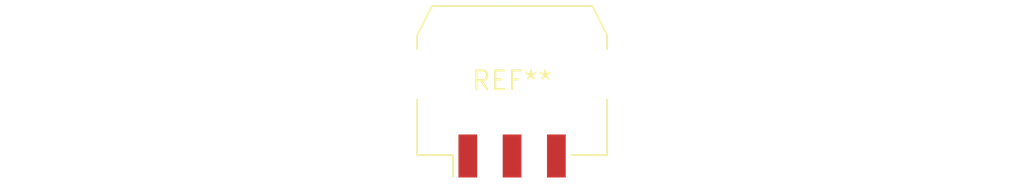
<source format=kicad_pcb>
(kicad_pcb (version 20240108) (generator pcbnew)
  (layers (0 "F.Cu" signal) (31 "B.Cu" signal) (34 "B.Paste" user) (35 "F.Paste" user) (36 "B.SilkS" user "B.Silkscreen") (37 "F.SilkS" user "F.Silkscreen") (38 "B.Mask" user) (39 "F.Mask" user) (44 "Edge.Cuts" user))
  (net 0 "")
  (footprint "Molex_Micro-Fit_3.0_43650-0310_1x03-1MP_P3.00mm_Horizontal_PnP" (layer "F.Cu") (at 0 0)
    (property "Reference" "REF**")
    (property "Value" "Molex_Micro-Fit_3.0_43650-0310_1x03-1MP_P3.00mm_Horizontal_PnP")
    (fp_line (start -6.435 -3.06) (end -6.435 -2.14) (layer "F.SilkS") (stroke (width 0.12)))
    (fp_line (start -6.435 1.29) (end -6.435 5.06) (layer "F.SilkS") (stroke (width 0.12)))
    (fp_line (start -6.435 5.06) (end -4.005 5.06) (layer "F.SilkS") (stroke (width 0.12)))
    (fp_line (start -5.435 -5.06) (end -6.435 -3.06) (layer "F.SilkS") (stroke (width 0.12)))
    (fp_line (start -4.005 5.06) (end -4.005 6.52) (layer "F.SilkS") (stroke (width 0.12)))
    (fp_line (start 0 -5.06) (end -5.435 -5.06) (layer "F.SilkS") (stroke (width 0.12)))
    (fp_line (start 0 -5.06) (end 5.435 -5.06) (layer "F.SilkS") (stroke (width 0.12)))
    (fp_line (start 5.435 -5.06) (end 6.435 -3.06) (layer "F.SilkS") (stroke (width 0.12)))
    (fp_line (start 6.435 -3.06) (end 6.435 -2.14) (layer "F.SilkS") (stroke (width 0.12)))
    (fp_line (start 6.435 1.29) (end 6.435 5.06) (layer "F.SilkS") (stroke (width 0.12)))
    (fp_line (start 6.435 5.06) (end 4.005 5.06) (layer "F.SilkS") (stroke (width 0.12)))
    (pad "1" smd rect (at -3 5.12) (size 1.27 2.92) (layers "F.Cu" "F.Paste" "F.Mask"))
    (pad "2" smd rect (at 0 5.12) (size 1.27 2.92) (layers "F.Cu" "F.Paste" "F.Mask"))
    (pad "3" smd rect (at 3 5.12) (size 1.27 2.92) (layers "F.Cu" "F.Paste" "F.Mask"))
    (pad "MP" thru_hole circle (at -5.15 -0.35) (size 2.84 2.84) (drill 2.54) (layers *.Cu *.Mask) (remove_unused_layers))
    (pad "MP" thru_hole circle (at 5.15 -0.35) (size 2.84 2.84) (drill 2.54) (layers *.Cu *.Mask) (remove_unused_layers))
  )
)
</source>
